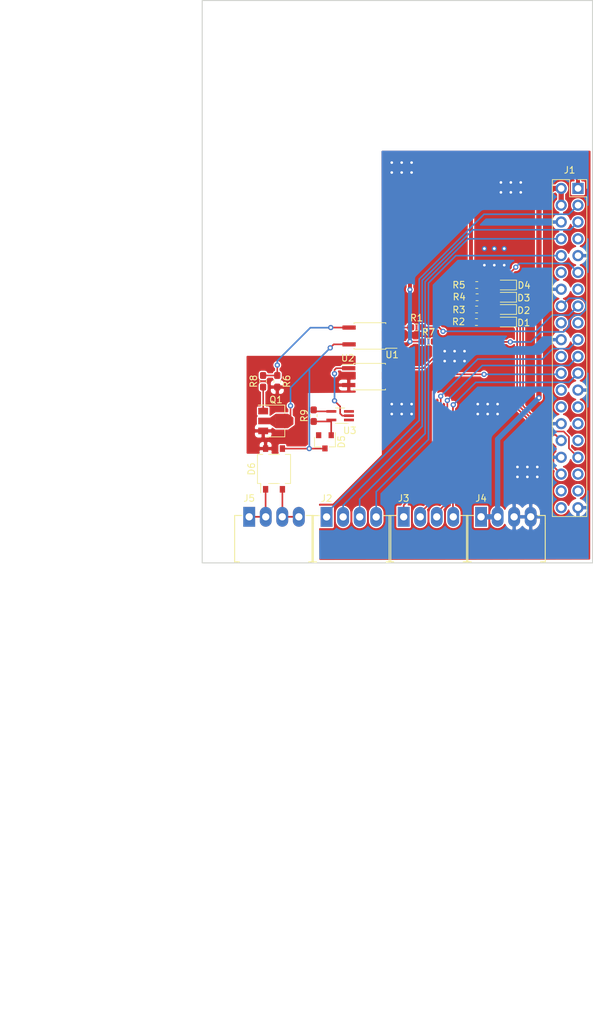
<source format=kicad_pcb>
(kicad_pcb (version 20171130) (host pcbnew "(5.1.4-0-10_14)")
  (layers (0 F.Cu signal) (31 B.Cu signal) (34 B.Paste user) (35 F.Paste user) (36 B.SilkS user) (37 F.SilkS user) (38 B.Mask user) (39 F.Mask user) (44 Edge.Cuts user))
  (net 0 "")
  (net 1 "Net-(J1-Pad7)")
  (net 2 "Net-(J1-Pad12)")
  (net 3 "Net-(J1-Pad13)")
  (net 4 "Net-(J1-Pad18)")
  (net 5 "Net-(J1-Pad22)")
  (net 6 "Net-(J1-Pad26)")
  (net 7 "Net-(J1-Pad27)")
  (net 8 "Net-(J1-Pad28)")
  (net 9 "Net-(J1-Pad29)")
  (net 10 "Net-(J1-Pad31)")
  (net 11 "Net-(J1-Pad35)")
  (net 12 "Net-(J1-Pad37)")
  (net 13 "Net-(J1-Pad38)")
  (net 14 "Net-(J1-Pad40)")
  (net 15 /LED3)
  (net 16 "Net-(D1-Pad2)")
  (net 17 "Net-(D2-Pad2)")
  (net 18 /LED2)
  (net 19 /LED1)
  (net 20 "Net-(D3-Pad2)")
  (net 21 "Net-(D4-Pad2)")
  (net 22 /LED0)
  (net 23 "Net-(D5-Pad2)")
  (net 24 "Net-(D5-Pad1)")
  (net 25 "Net-(D6-Pad1)")
  (net 26 "Net-(D6-Pad2)")
  (net 27 /GND_ISO)
  (net 28 GND)
  (net 29 /CSN)
  (net 30 /SCLK)
  (net 31 /MISO)
  (net 32 /MOSI)
  (net 33 +3V3)
  (net 34 /DALI_RX)
  (net 35 /DALI_TX)
  (net 36 /UART_RXD)
  (net 37 /UART_TXD)
  (net 38 /I2C_SCL)
  (net 39 +5V)
  (net 40 /I2C_SDA)
  (net 41 "Net-(Q1-Pad1)")
  (net 42 "Net-(R1-Pad1)")
  (net 43 "Net-(R6-Pad1)")
  (net 44 "Net-(R9-Pad2)")
  (net 45 "Net-(U2-Pad1)")
  (net 46 "Net-(U3-Pad1)")
  (module Connector_PinSocket_2.54mm:PinSocket_2x20_P2.54mm_Vertical (layer F.Cu) (at 146.15 83.4)
    (fp_text reference J1 (at -1.27 -2.77) (layer F.SilkS))
    (fp_text value Raspberry_Pi_2_3)
    (fp_line (start 0 -1.33) (end 1.33 -1.33) (layer F.SilkS) (width 0.12))
    (fp_line (start 1.33 -1.33) (end 1.33 0) (layer F.SilkS) (width 0.12))
    (fp_line (start -1.27 -1.33) (end -1.27 1.27) (layer F.SilkS) (width 0.12))
    (fp_line (start -1.27 1.27) (end 1.33 1.27) (layer F.SilkS) (width 0.12))
    (fp_line (start 1.33 1.27) (end 1.33 49.59) (layer F.SilkS) (width 0.12))
    (fp_line (start -3.87 49.59) (end 1.33 49.59) (layer F.SilkS) (width 0.12))
    (fp_line (start -3.87 -1.33) (end -3.87 49.59) (layer F.SilkS) (width 0.12))
    (fp_line (start -3.87 -1.33) (end -1.27 -1.33) (layer F.SilkS) (width 0.12))
    (pad 40 thru_hole oval (at -2.54 48.26) (size 1.7 1.7) (drill 1) (layers *.Cu *.Mask) (net 14 "Net-(J1-Pad40)"))
    (pad 39 thru_hole oval (at 0 48.26) (size 1.7 1.7) (drill 1) (layers *.Cu *.Mask) (net 28 GND))
    (pad 38 thru_hole oval (at -2.54 45.72) (size 1.7 1.7) (drill 1) (layers *.Cu *.Mask) (net 13 "Net-(J1-Pad38)"))
    (pad 37 thru_hole oval (at 0 45.72) (size 1.7 1.7) (drill 1) (layers *.Cu *.Mask) (net 12 "Net-(J1-Pad37)"))
    (pad 36 thru_hole oval (at -2.54 43.18) (size 1.7 1.7) (drill 1) (layers *.Cu *.Mask) (net 15 /LED3))
    (pad 35 thru_hole oval (at 0 43.18) (size 1.7 1.7) (drill 1) (layers *.Cu *.Mask) (net 11 "Net-(J1-Pad35)"))
    (pad 34 thru_hole oval (at -2.54 40.64) (size 1.7 1.7) (drill 1) (layers *.Cu *.Mask) (net 28 GND))
    (pad 33 thru_hole oval (at 0 40.64) (size 1.7 1.7) (drill 1) (layers *.Cu *.Mask) (net 19 /LED1))
    (pad 32 thru_hole oval (at -2.54 38.1) (size 1.7 1.7) (drill 1) (layers *.Cu *.Mask) (net 18 /LED2))
    (pad 31 thru_hole oval (at 0 38.1) (size 1.7 1.7) (drill 1) (layers *.Cu *.Mask) (net 10 "Net-(J1-Pad31)"))
    (pad 30 thru_hole oval (at -2.54 35.56) (size 1.7 1.7) (drill 1) (layers *.Cu *.Mask) (net 28 GND))
    (pad 29 thru_hole oval (at 0 35.56) (size 1.7 1.7) (drill 1) (layers *.Cu *.Mask) (net 9 "Net-(J1-Pad29)"))
    (pad 28 thru_hole oval (at -2.54 33.02) (size 1.7 1.7) (drill 1) (layers *.Cu *.Mask) (net 8 "Net-(J1-Pad28)"))
    (pad 27 thru_hole oval (at 0 33.02) (size 1.7 1.7) (drill 1) (layers *.Cu *.Mask) (net 7 "Net-(J1-Pad27)"))
    (pad 26 thru_hole oval (at -2.54 30.48) (size 1.7 1.7) (drill 1) (layers *.Cu *.Mask) (net 6 "Net-(J1-Pad26)"))
    (pad 25 thru_hole oval (at 0 30.48) (size 1.7 1.7) (drill 1) (layers *.Cu *.Mask) (net 28 GND))
    (pad 24 thru_hole oval (at -2.54 27.94) (size 1.7 1.7) (drill 1) (layers *.Cu *.Mask) (net 29 /CSN))
    (pad 23 thru_hole oval (at 0 27.94) (size 1.7 1.7) (drill 1) (layers *.Cu *.Mask) (net 30 /SCLK))
    (pad 22 thru_hole oval (at -2.54 25.4) (size 1.7 1.7) (drill 1) (layers *.Cu *.Mask) (net 5 "Net-(J1-Pad22)"))
    (pad 21 thru_hole oval (at 0 25.4) (size 1.7 1.7) (drill 1) (layers *.Cu *.Mask) (net 31 /MISO))
    (pad 20 thru_hole oval (at -2.54 22.86) (size 1.7 1.7) (drill 1) (layers *.Cu *.Mask) (net 28 GND))
    (pad 19 thru_hole oval (at 0 22.86) (size 1.7 1.7) (drill 1) (layers *.Cu *.Mask) (net 32 /MOSI))
    (pad 18 thru_hole oval (at -2.54 20.32) (size 1.7 1.7) (drill 1) (layers *.Cu *.Mask) (net 4 "Net-(J1-Pad18)"))
    (pad 17 thru_hole oval (at 0 20.32) (size 1.7 1.7) (drill 1) (layers *.Cu *.Mask) (net 33 +3V3))
    (pad 16 thru_hole oval (at -2.54 17.78) (size 1.7 1.7) (drill 1) (layers *.Cu *.Mask) (net 34 /DALI_RX))
    (pad 15 thru_hole oval (at 0 17.78) (size 1.7 1.7) (drill 1) (layers *.Cu *.Mask) (net 35 /DALI_TX))
    (pad 14 thru_hole oval (at -2.54 15.24) (size 1.7 1.7) (drill 1) (layers *.Cu *.Mask) (net 28 GND))
    (pad 13 thru_hole oval (at 0 15.24) (size 1.7 1.7) (drill 1) (layers *.Cu *.Mask) (net 3 "Net-(J1-Pad13)"))
    (pad 12 thru_hole oval (at -2.54 12.7) (size 1.7 1.7) (drill 1) (layers *.Cu *.Mask) (net 2 "Net-(J1-Pad12)"))
    (pad 11 thru_hole oval (at 0 12.7) (size 1.7 1.7) (drill 1) (layers *.Cu *.Mask) (net 22 /LED0))
    (pad 10 thru_hole oval (at -2.54 10.16) (size 1.7 1.7) (drill 1) (layers *.Cu *.Mask) (net 36 /UART_RXD))
    (pad 9 thru_hole oval (at 0 10.16) (size 1.7 1.7) (drill 1) (layers *.Cu *.Mask) (net 28 GND))
    (pad 8 thru_hole oval (at -2.54 7.62) (size 1.7 1.7) (drill 1) (layers *.Cu *.Mask) (net 37 /UART_TXD))
    (pad 7 thru_hole oval (at 0 7.62) (size 1.7 1.7) (drill 1) (layers *.Cu *.Mask) (net 1 "Net-(J1-Pad7)"))
    (pad 6 thru_hole oval (at -2.54 5.08) (size 1.7 1.7) (drill 1) (layers *.Cu *.Mask) (net 28 GND))
    (pad 5 thru_hole oval (at 0 5.08) (size 1.7 1.7) (drill 1) (layers *.Cu *.Mask) (net 38 /I2C_SCL))
    (pad 4 thru_hole oval (at -2.54 2.54) (size 1.7 1.7) (drill 1) (layers *.Cu *.Mask) (net 39 +5V))
    (pad 3 thru_hole oval (at 0 2.54) (size 1.7 1.7) (drill 1) (layers *.Cu *.Mask) (net 40 /I2C_SDA))
    (pad 2 thru_hole oval (at -2.54 0) (size 1.7 1.7) (drill 1) (layers *.Cu *.Mask) (net 39 +5V))
    (pad 1 thru_hole rect (at 0 0) (size 1.7 1.7) (drill 1) (layers *.Cu *.Mask) (net 33 +3V3))
  )
  (module TerminalBlock_Phoenix:TerminalBlock_Phoenix_PTSM-0,5-4-HH-2,5-THR_1x04_P2.50mm_Horizontal (layer F.Cu) (at 96.45 133.034)
    (fp_text reference J5 (at 0 -2.8) (layer F.SilkS))
    (fp_text value Conn_01x04)
    (fp_line (start -1.1 -0.2) (end -2.2 -0.2) (layer F.SilkS) (width 0.15))
    (fp_line (start 8.6 -0.2) (end 9.7 -0.2) (layer F.SilkS) (width 0.15))
    (fp_line (start 9.7 -0.2) (end 9.7 1) (layer F.SilkS) (width 0.15))
    (fp_line (start 9.7 6.8) (end 9.7 1) (layer F.SilkS) (width 0.15))
    (fp_line (start 9.7 6.8) (end 9 6.8) (layer F.SilkS) (width 0.15))
    (fp_line (start -2.2 6.8) (end -2.2 -0.2) (layer F.SilkS) (width 0.15))
    (fp_line (start -2.2 6.8) (end -1.5 6.8) (layer F.SilkS) (width 0.15))
    (pad 1 thru_hole rect (at 0 0) (size 1.8 3) (drill 1.1) (layers *.Cu *.Mask) (net 25 "Net-(D6-Pad1)"))
    (pad 2 thru_hole oval (at 2.5 0) (size 1.8 3) (drill 1.1) (layers *.Cu *.Mask) (net 25 "Net-(D6-Pad1)"))
    (pad 3 thru_hole oval (at 5 0) (size 1.8 3) (drill 1.1) (layers *.Cu *.Mask) (net 26 "Net-(D6-Pad2)"))
    (pad 4 thru_hole oval (at 7.5 0) (size 1.8 3) (drill 1.1) (layers *.Cu *.Mask) (net 26 "Net-(D6-Pad2)"))
  )
  (module TerminalBlock_Phoenix:TerminalBlock_Phoenix_PTSM-0,5-4-HH-2,5-THR_1x04_P2.50mm_Horizontal (layer F.Cu) (at 119.8 133.034)
    (fp_text reference J3 (at 0 -2.8) (layer F.SilkS))
    (fp_text value Conn_01x04)
    (fp_line (start -2.2 6.8) (end -1.5 6.8) (layer F.SilkS) (width 0.15))
    (fp_line (start -2.2 6.8) (end -2.2 -0.2) (layer F.SilkS) (width 0.15))
    (fp_line (start 9.7 6.8) (end 9 6.8) (layer F.SilkS) (width 0.15))
    (fp_line (start 9.7 6.8) (end 9.7 1) (layer F.SilkS) (width 0.15))
    (fp_line (start 9.7 -0.2) (end 9.7 1) (layer F.SilkS) (width 0.15))
    (fp_line (start 8.6 -0.2) (end 9.7 -0.2) (layer F.SilkS) (width 0.15))
    (fp_line (start -1.1 -0.2) (end -2.2 -0.2) (layer F.SilkS) (width 0.15))
    (pad 4 thru_hole oval (at 7.5 0) (size 1.8 3) (drill 1.1) (layers *.Cu *.Mask) (net 30 /SCLK))
    (pad 3 thru_hole oval (at 5 0) (size 1.8 3) (drill 1.1) (layers *.Cu *.Mask) (net 31 /MISO))
    (pad 2 thru_hole oval (at 2.5 0) (size 1.8 3) (drill 1.1) (layers *.Cu *.Mask) (net 32 /MOSI))
    (pad 1 thru_hole rect (at 0 0) (size 1.8 3) (drill 1.1) (layers *.Cu *.Mask) (net 29 /CSN))
  )
  (module TerminalBlock_Phoenix:TerminalBlock_Phoenix_PTSM-0,5-4-HH-2,5-THR_1x04_P2.50mm_Horizontal (layer F.Cu) (at 108.15 133.05)
    (fp_text reference J2 (at 0 -2.8) (layer F.SilkS))
    (fp_text value Conn_01x04)
    (fp_line (start -1.1 -0.2) (end -2.2 -0.2) (layer F.SilkS) (width 0.15))
    (fp_line (start 8.6 -0.2) (end 9.7 -0.2) (layer F.SilkS) (width 0.15))
    (fp_line (start 9.7 -0.2) (end 9.7 1) (layer F.SilkS) (width 0.15))
    (fp_line (start 9.7 6.8) (end 9.7 1) (layer F.SilkS) (width 0.15))
    (fp_line (start 9.7 6.8) (end 9 6.8) (layer F.SilkS) (width 0.15))
    (fp_line (start -2.2 6.8) (end -2.2 -0.2) (layer F.SilkS) (width 0.15))
    (fp_line (start -2.2 6.8) (end -1.5 6.8) (layer F.SilkS) (width 0.15))
    (pad 1 thru_hole rect (at 0 0) (size 1.8 3) (drill 1.1) (layers *.Cu *.Mask) (net 40 /I2C_SDA))
    (pad 2 thru_hole oval (at 2.5 0) (size 1.8 3) (drill 1.1) (layers *.Cu *.Mask) (net 38 /I2C_SCL))
    (pad 3 thru_hole oval (at 5 0) (size 1.8 3) (drill 1.1) (layers *.Cu *.Mask) (net 37 /UART_TXD))
    (pad 4 thru_hole oval (at 7.5 0) (size 1.8 3) (drill 1.1) (layers *.Cu *.Mask) (net 36 /UART_RXD))
  )
  (module TerminalBlock_Phoenix:TerminalBlock_Phoenix_PTSM-0,5-4-HH-2,5-THR_1x04_P2.50mm_Horizontal (layer F.Cu) (at 131.5 133.034)
    (fp_text reference J4 (at 0 -2.8) (layer F.SilkS))
    (fp_text value Conn_01x04)
    (fp_line (start -2.2 6.8) (end -1.5 6.8) (layer F.SilkS) (width 0.15))
    (fp_line (start -2.2 6.8) (end -2.2 -0.2) (layer F.SilkS) (width 0.15))
    (fp_line (start 9.7 6.8) (end 9 6.8) (layer F.SilkS) (width 0.15))
    (fp_line (start 9.7 6.8) (end 9.7 1) (layer F.SilkS) (width 0.15))
    (fp_line (start 9.7 -0.2) (end 9.7 1) (layer F.SilkS) (width 0.15))
    (fp_line (start 8.6 -0.2) (end 9.7 -0.2) (layer F.SilkS) (width 0.15))
    (fp_line (start -1.1 -0.2) (end -2.2 -0.2) (layer F.SilkS) (width 0.15))
    (pad 4 thru_hole oval (at 7.5 0) (size 1.8 3) (drill 1.1) (layers *.Cu *.Mask) (net 28 GND))
    (pad 3 thru_hole oval (at 5 0) (size 1.8 3) (drill 1.1) (layers *.Cu *.Mask) (net 28 GND))
    (pad 2 thru_hole oval (at 2.5 0) (size 1.8 3) (drill 1.1) (layers *.Cu *.Mask) (net 39 +5V))
    (pad 1 thru_hole rect (at 0 0) (size 1.8 3) (drill 1.1) (layers *.Cu *.Mask) (net 39 +5V))
  )
  (module LED_SMD:LED_0603_1608Metric_Pad1.05x0.95mm_HandSolder (layer F.Cu) (at 135.2 103.6 180)
    (fp_text reference D1 (at -2.75 -0.1) (layer F.SilkS))
    (fp_text value LED)
    (fp_line (start 0.8 -0.735) (end -1.66 -0.735) (layer F.SilkS) (width 0.12))
    (fp_line (start -1.66 -0.735) (end -1.66 0.735) (layer F.SilkS) (width 0.12))
    (fp_line (start -1.66 0.735) (end 0.8 0.735) (layer F.SilkS) (width 0.12))
    (pad 1 smd roundrect (at -0.875 0 180) (size 1.05 0.95) (layers F.Cu F.Paste F.Mask) (net 15 /LED3))
    (pad 2 smd roundrect (at 0.875 0 180) (size 1.05 0.95) (layers F.Cu F.Paste F.Mask) (net 16 "Net-(D1-Pad2)"))
  )
  (module LED_SMD:LED_0603_1608Metric_Pad1.05x0.95mm_HandSolder (layer F.Cu) (at 135.2 101.7 180)
    (fp_text reference D2 (at -2.75 -0.15) (layer F.SilkS))
    (fp_text value LED)
    (fp_line (start -1.66 0.735) (end 0.8 0.735) (layer F.SilkS) (width 0.12))
    (fp_line (start -1.66 -0.735) (end -1.66 0.735) (layer F.SilkS) (width 0.12))
    (fp_line (start 0.8 -0.735) (end -1.66 -0.735) (layer F.SilkS) (width 0.12))
    (pad 2 smd roundrect (at 0.875 0 180) (size 1.05 0.95) (layers F.Cu F.Paste F.Mask) (net 17 "Net-(D2-Pad2)"))
    (pad 1 smd roundrect (at -0.875 0 180) (size 1.05 0.95) (layers F.Cu F.Paste F.Mask) (net 18 /LED2))
  )
  (module LED_SMD:LED_0603_1608Metric_Pad1.05x0.95mm_HandSolder (layer F.Cu) (at 135.2 99.85 180)
    (fp_text reference D3 (at -2.75 -0.1) (layer F.SilkS))
    (fp_text value LED)
    (fp_line (start 0.8 -0.735) (end -1.66 -0.735) (layer F.SilkS) (width 0.12))
    (fp_line (start -1.66 -0.735) (end -1.66 0.735) (layer F.SilkS) (width 0.12))
    (fp_line (start -1.66 0.735) (end 0.8 0.735) (layer F.SilkS) (width 0.12))
    (pad 1 smd roundrect (at -0.875 0 180) (size 1.05 0.95) (layers F.Cu F.Paste F.Mask) (net 19 /LED1))
    (pad 2 smd roundrect (at 0.875 0 180) (size 1.05 0.95) (layers F.Cu F.Paste F.Mask) (net 20 "Net-(D3-Pad2)"))
  )
  (module LED_SMD:LED_0603_1608Metric_Pad1.05x0.95mm_HandSolder (layer F.Cu) (at 135.2 98 180)
    (fp_text reference D4 (at -2.8 -0.05) (layer F.SilkS))
    (fp_text value LED)
    (fp_line (start -1.66 0.735) (end 0.8 0.735) (layer F.SilkS) (width 0.12))
    (fp_line (start -1.66 -0.735) (end -1.66 0.735) (layer F.SilkS) (width 0.12))
    (fp_line (start 0.8 -0.735) (end -1.66 -0.735) (layer F.SilkS) (width 0.12))
    (pad 2 smd roundrect (at 0.875 0 180) (size 1.05 0.95) (layers F.Cu F.Paste F.Mask) (net 21 "Net-(D4-Pad2)"))
    (pad 1 smd roundrect (at -0.875 0 180) (size 1.05 0.95) (layers F.Cu F.Paste F.Mask) (net 22 /LED0))
  )
  (module Diode_SMD:D_SOT-23_ANK (layer F.Cu) (at 107.9 121.7 270)
    (fp_text reference D5 (at 0 -2.5 90) (layer F.SilkS))
    (fp_text value BZX84Cxx)
    (fp_line (start 0.76 1.58) (end 0.76 0.65) (layer F.SilkS) (width 0.12))
    (fp_line (start 0.76 -1.58) (end 0.76 -0.65) (layer F.SilkS) (width 0.12))
    (fp_line (start 0.76 -1.58) (end -1.4 -1.58) (layer F.SilkS) (width 0.12))
    (fp_line (start 0.76 1.58) (end -0.7 1.58) (layer F.SilkS) (width 0.12))
    (pad 2 smd rect (at -1 -0.95 270) (size 0.9 0.8) (layers F.Cu F.Paste F.Mask) (net 23 "Net-(D5-Pad2)"))
    (pad "" smd rect (at -1 0.95 270) (size 0.9 0.8) (layers F.Cu F.Paste F.Mask))
    (pad 1 smd rect (at 1 0 270) (size 0.9 0.8) (layers F.Cu F.Paste F.Mask) (net 24 "Net-(D5-Pad1)"))
  )
  (module Package_TO_SOT_SMD:TO-269AA (layer F.Cu) (at 100.2 125.8 90)
    (fp_text reference D6 (at 0 -3.4 90) (layer F.SilkS))
    (fp_text value MB2S)
    (fp_line (start -2.2 -2.5) (end -2.2 -2) (layer F.SilkS) (width 0.12))
    (fp_line (start -2.2 -2) (end -3.6 -2) (layer F.SilkS) (width 0.12))
    (fp_line (start 2.2 -0.8) (end 2.2 0.8) (layer F.SilkS) (width 0.12))
    (fp_line (start -2.2 -0.8) (end -2.2 0.8) (layer F.SilkS) (width 0.12))
    (fp_line (start 2.2 -1.7) (end 2.2 -2.5) (layer F.SilkS) (width 0.12))
    (fp_line (start 2.2 -2.5) (end -2.2 -2.5) (layer F.SilkS) (width 0.12))
    (fp_line (start 2.2 1.7) (end 2.2 2.5) (layer F.SilkS) (width 0.12))
    (fp_line (start 2.2 2.5) (end -2.2 2.5) (layer F.SilkS) (width 0.12))
    (fp_line (start -2.2 2.5) (end -2.2 1.7) (layer F.SilkS) (width 0.12))
    (pad 1 smd rect (at -3.075 -1.27 90) (size 1 0.8) (layers F.Cu F.Paste F.Mask) (net 25 "Net-(D6-Pad1)"))
    (pad 2 smd rect (at -3.075 1.27 90) (size 1 0.8) (layers F.Cu F.Paste F.Mask) (net 26 "Net-(D6-Pad2)"))
    (pad 3 smd rect (at 3.075 1.27 90) (size 1 0.8) (layers F.Cu F.Paste F.Mask) (net 24 "Net-(D5-Pad1)"))
    (pad 4 smd rect (at 3.075 -1.27 90) (size 1 0.8) (layers F.Cu F.Paste F.Mask) (net 27 /GND_ISO))
  )
  (module Package_TO_SOT_SMD:SOT-89-3 (layer F.Cu) (at 100.05 118.55)
    (fp_text reference Q1 (at 0.45 -3.2) (layer F.SilkS))
    (fp_text value BCX56)
    (fp_line (start 1.78 1.2) (end 1.78 2.4) (layer F.SilkS) (width 0.12))
    (fp_line (start 1.78 2.4) (end -0.92 2.4) (layer F.SilkS) (width 0.12))
    (fp_line (start -2.22 -2.4) (end 1.78 -2.4) (layer F.SilkS) (width 0.12))
    (fp_line (start 1.78 -2.4) (end 1.78 -1.2) (layer F.SilkS) (width 0.12))
    (pad 2 smd trapezoid (at 2.667 0 270) (size 1.6 0.85) (rect_delta 0 0.6) (layers F.Cu F.Paste F.Mask) (net 24 "Net-(D5-Pad1)"))
    (pad 1 smd rect (at -1.48 -1.5 270) (size 1 1.5) (layers F.Cu F.Paste F.Mask) (net 41 "Net-(Q1-Pad1)"))
    (pad 2 smd rect (at -1.3335 0 270) (size 1 1.8) (layers F.Cu F.Paste F.Mask) (net 24 "Net-(D5-Pad1)"))
    (pad 3 smd rect (at -1.48 1.5 270) (size 1 1.5) (layers F.Cu F.Paste F.Mask) (net 27 /GND_ISO))
    (pad 2 smd rect (at 1.3335 0 270) (size 2.2 1.84) (layers F.Cu F.Paste F.Mask) (net 24 "Net-(D5-Pad1)"))
    (pad 2 smd trapezoid (at -0.0762 0 90) (size 1.5 1) (rect_delta 0 0.7) (layers F.Cu F.Paste F.Mask) (net 24 "Net-(D5-Pad1)"))
  )
  (module Resistor_SMD:R_0603_1608Metric_Pad1.05x0.95mm_HandSolder (layer F.Cu) (at 121.75 104.4)
    (fp_text reference R1 (at 0 -1.43) (layer F.SilkS))
    (fp_text value 390R)
    (fp_line (start -0.171267 -0.51) (end 0.171267 -0.51) (layer F.SilkS) (width 0.12))
    (fp_line (start -0.171267 0.51) (end 0.171267 0.51) (layer F.SilkS) (width 0.12))
    (pad 1 smd roundrect (at -0.875 0) (size 1.05 0.95) (layers F.Cu F.Paste F.Mask) (net 42 "Net-(R1-Pad1)"))
    (pad 2 smd roundrect (at 0.875 0) (size 1.05 0.95) (layers F.Cu F.Paste F.Mask) (net 35 /DALI_TX))
  )
  (module Resistor_SMD:R_0603_1608Metric_Pad1.05x0.95mm_HandSolder (layer F.Cu) (at 130.8 103.6)
    (fp_text reference R2 (at -2.7 -0.05) (layer F.SilkS))
    (fp_text value 1K)
    (fp_line (start -0.171267 0.51) (end 0.171267 0.51) (layer F.SilkS) (width 0.12))
    (fp_line (start -0.171267 -0.51) (end 0.171267 -0.51) (layer F.SilkS) (width 0.12))
    (pad 2 smd roundrect (at 0.875 0) (size 1.05 0.95) (layers F.Cu F.Paste F.Mask) (net 16 "Net-(D1-Pad2)"))
    (pad 1 smd roundrect (at -0.875 0) (size 1.05 0.95) (layers F.Cu F.Paste F.Mask) (net 33 +3V3))
  )
  (module Resistor_SMD:R_0603_1608Metric_Pad1.05x0.95mm_HandSolder (layer F.Cu) (at 130.825 101.7)
    (fp_text reference R3 (at -2.675 0.05) (layer F.SilkS))
    (fp_text value 1K)
    (fp_line (start -0.171267 -0.51) (end 0.171267 -0.51) (layer F.SilkS) (width 0.12))
    (fp_line (start -0.171267 0.51) (end 0.171267 0.51) (layer F.SilkS) (width 0.12))
    (pad 1 smd roundrect (at -0.875 0) (size 1.05 0.95) (layers F.Cu F.Paste F.Mask) (net 33 +3V3))
    (pad 2 smd roundrect (at 0.875 0) (size 1.05 0.95) (layers F.Cu F.Paste F.Mask) (net 17 "Net-(D2-Pad2)"))
  )
  (module Resistor_SMD:R_0603_1608Metric_Pad1.05x0.95mm_HandSolder (layer F.Cu) (at 130.9 99.85)
    (fp_text reference R4 (at -2.7 -0.05) (layer F.SilkS))
    (fp_text value 1K)
    (fp_line (start -0.171267 0.51) (end 0.171267 0.51) (layer F.SilkS) (width 0.12))
    (fp_line (start -0.171267 -0.51) (end 0.171267 -0.51) (layer F.SilkS) (width 0.12))
    (pad 2 smd roundrect (at 0.875 0) (size 1.05 0.95) (layers F.Cu F.Paste F.Mask) (net 20 "Net-(D3-Pad2)"))
    (pad 1 smd roundrect (at -0.875 0) (size 1.05 0.95) (layers F.Cu F.Paste F.Mask) (net 33 +3V3))
  )
  (module Resistor_SMD:R_0603_1608Metric_Pad1.05x0.95mm_HandSolder (layer F.Cu) (at 130.85 98)
    (fp_text reference R5 (at -2.7 0) (layer F.SilkS))
    (fp_text value 1K)
    (fp_line (start -0.171267 -0.51) (end 0.171267 -0.51) (layer F.SilkS) (width 0.12))
    (fp_line (start -0.171267 0.51) (end 0.171267 0.51) (layer F.SilkS) (width 0.12))
    (pad 1 smd roundrect (at -0.875 0) (size 1.05 0.95) (layers F.Cu F.Paste F.Mask) (net 33 +3V3))
    (pad 2 smd roundrect (at 0.875 0) (size 1.05 0.95) (layers F.Cu F.Paste F.Mask) (net 21 "Net-(D4-Pad2)"))
  )
  (module Resistor_SMD:R_0603_1608Metric_Pad1.05x0.95mm_HandSolder (layer F.Cu) (at 100.7 112.55 270)
    (fp_text reference R6 (at 0 -1.43 90) (layer F.SilkS))
    (fp_text value 1K)
    (fp_line (start -0.171267 0.51) (end 0.171267 0.51) (layer F.SilkS) (width 0.12))
    (fp_line (start -0.171267 -0.51) (end 0.171267 -0.51) (layer F.SilkS) (width 0.12))
    (pad 2 smd roundrect (at 0.875 0 270) (size 1.05 0.95) (layers F.Cu F.Paste F.Mask) (net 27 /GND_ISO))
    (pad 1 smd roundrect (at -0.875 0 270) (size 1.05 0.95) (layers F.Cu F.Paste F.Mask) (net 43 "Net-(R6-Pad1)"))
  )
  (module Resistor_SMD:R_0603_1608Metric_Pad1.05x0.95mm_HandSolder (layer F.Cu) (at 123.55 106.55)
    (fp_text reference R7 (at 0 -1.43) (layer F.SilkS))
    (fp_text value 3K3)
    (fp_line (start -0.171267 0.51) (end 0.171267 0.51) (layer F.SilkS) (width 0.12))
    (fp_line (start -0.171267 -0.51) (end 0.171267 -0.51) (layer F.SilkS) (width 0.12))
    (pad 2 smd roundrect (at 0.875 0) (size 1.05 0.95) (layers F.Cu F.Paste F.Mask) (net 34 /DALI_RX))
    (pad 1 smd roundrect (at -0.875 0) (size 1.05 0.95) (layers F.Cu F.Paste F.Mask) (net 33 +3V3))
  )
  (module Resistor_SMD:R_0603_1608Metric_Pad1.05x0.95mm_HandSolder (layer F.Cu) (at 98.55 112.55 90)
    (fp_text reference R8 (at 0 -1.43 90) (layer F.SilkS))
    (fp_text value 390R)
    (fp_line (start -0.171267 -0.51) (end 0.171267 -0.51) (layer F.SilkS) (width 0.12))
    (fp_line (start -0.171267 0.51) (end 0.171267 0.51) (layer F.SilkS) (width 0.12))
    (pad 1 smd roundrect (at -0.875 0 90) (size 1.05 0.95) (layers F.Cu F.Paste F.Mask) (net 41 "Net-(Q1-Pad1)"))
    (pad 2 smd roundrect (at 0.875 0 90) (size 1.05 0.95) (layers F.Cu F.Paste F.Mask) (net 43 "Net-(R6-Pad1)"))
  )
  (module Resistor_SMD:R_0603_1608Metric_Pad1.05x0.95mm_HandSolder (layer F.Cu) (at 106.2 117.75 90)
    (fp_text reference R9 (at 0 -1.43 90) (layer F.SilkS))
    (fp_text value 560R)
    (fp_line (start -0.171267 -0.51) (end 0.171267 -0.51) (layer F.SilkS) (width 0.12))
    (fp_line (start -0.171267 0.51) (end 0.171267 0.51) (layer F.SilkS) (width 0.12))
    (pad 1 smd roundrect (at -0.875 0 90) (size 1.05 0.95) (layers F.Cu F.Paste F.Mask) (net 23 "Net-(D5-Pad2)"))
    (pad 2 smd roundrect (at 0.875 0 90) (size 1.05 0.95) (layers F.Cu F.Paste F.Mask) (net 44 "Net-(R9-Pad2)"))
  )
  (module Package_SO:SO-4_4.4x3.6mm_P2.54mm (layer F.Cu) (at 114.7 105.7 180)
    (fp_text reference U1 (at -3.35 -2.85) (layer F.SilkS))
    (fp_text value HCPL-181)
    (fp_line (start 2.4 -2) (end 2.4 -1.85) (layer F.SilkS) (width 0.12))
    (fp_line (start -2.4 -2) (end 2.4 -2) (layer F.SilkS) (width 0.12))
    (fp_line (start -2.4 -1.85) (end -2.4 -2) (layer F.SilkS) (width 0.12))
    (fp_line (start -2.4 2) (end -2.4 1.85) (layer F.SilkS) (width 0.12))
    (fp_line (start 2.4 2) (end -2.4 2) (layer F.SilkS) (width 0.12))
    (fp_line (start 2.4 1.85) (end 2.4 2) (layer F.SilkS) (width 0.12))
    (fp_line (start -2.4 -1.85) (end -4.1 -1.85) (layer F.SilkS) (width 0.12))
    (pad 4 smd rect (at 3.15 -1.27 180) (size 2 0.64) (layers F.Cu F.Paste F.Mask) (net 24 "Net-(D5-Pad1)"))
    (pad 3 smd rect (at 3.15 1.27 180) (size 2 0.64) (layers F.Cu F.Paste F.Mask) (net 43 "Net-(R6-Pad1)"))
    (pad 2 smd rect (at -3.15 1.27 180) (size 2 0.64) (layers F.Cu F.Paste F.Mask) (net 42 "Net-(R1-Pad1)"))
    (pad 1 smd rect (at -3.15 -1.27 180) (size 2 0.64) (layers F.Cu F.Paste F.Mask) (net 33 +3V3))
  )
  (module Package_SO:SO-4_4.4x3.6mm_P2.54mm (layer F.Cu) (at 114.65 111.85)
    (fp_text reference U2 (at -3.3 -2.8) (layer F.SilkS))
    (fp_text value HCPL-181)
    (fp_line (start -2.4 -1.85) (end -4.1 -1.85) (layer F.SilkS) (width 0.12))
    (fp_line (start 2.4 1.85) (end 2.4 2) (layer F.SilkS) (width 0.12))
    (fp_line (start 2.4 2) (end -2.4 2) (layer F.SilkS) (width 0.12))
    (fp_line (start -2.4 2) (end -2.4 1.85) (layer F.SilkS) (width 0.12))
    (fp_line (start -2.4 -1.85) (end -2.4 -2) (layer F.SilkS) (width 0.12))
    (fp_line (start -2.4 -2) (end 2.4 -2) (layer F.SilkS) (width 0.12))
    (fp_line (start 2.4 -2) (end 2.4 -1.85) (layer F.SilkS) (width 0.12))
    (pad 1 smd rect (at -3.15 -1.27) (size 2 0.64) (layers F.Cu F.Paste F.Mask) (net 45 "Net-(U2-Pad1)"))
    (pad 2 smd rect (at -3.15 1.27) (size 2 0.64) (layers F.Cu F.Paste F.Mask) (net 27 /GND_ISO))
    (pad 3 smd rect (at 3.15 1.27) (size 2 0.64) (layers F.Cu F.Paste F.Mask) (net 28 GND))
    (pad 4 smd rect (at 3.15 -1.27) (size 2 0.64) (layers F.Cu F.Paste F.Mask) (net 34 /DALI_RX))
  )
  (module Package_TO_SOT_SMD:SOT-353_SC-70-5_Handsoldering (layer F.Cu) (at 110.2 117.75 180)
    (fp_text reference U3 (at -1.45 -2.25) (layer F.SilkS))
    (fp_text value PSSI2021SAY)
    (fp_line (start 0.7 -1.16) (end -1.2 -1.16) (layer F.SilkS) (width 0.12))
    (fp_line (start -0.7 1.16) (end 0.7 1.16) (layer F.SilkS) (width 0.12))
    (pad 1 smd rect (at -1.33 -0.65 180) (size 1.5 0.4) (layers F.Cu F.Paste F.Mask) (net 46 "Net-(U3-Pad1)"))
    (pad 2 smd rect (at -1.33 0 180) (size 1.5 0.4) (layers F.Cu F.Paste F.Mask) (net 45 "Net-(U2-Pad1)"))
    (pad 3 smd rect (at -1.33 0.65 180) (size 1.5 0.4) (layers F.Cu F.Paste F.Mask) (net 27 /GND_ISO))
    (pad 4 smd rect (at 1.33 0.65 180) (size 1.5 0.4) (layers F.Cu F.Paste F.Mask) (net 44 "Net-(R9-Pad2)"))
    (pad 5 smd rect (at 1.33 -0.65 180) (size 1.5 0.4) (layers F.Cu F.Paste F.Mask) (net 23 "Net-(D5-Pad2)"))
  )
  (gr_line (start 89.35 140) (end 148.35 140) (layer Edge.Cuts) (width 0.15))
  (gr_line (start 89.35 55) (end 89.35 140) (layer Edge.Cuts) (width 0.15))
  (gr_line (start 148.35 55) (end 89.35 55) (layer Edge.Cuts) (width 0.15))
  (gr_line (start 148.35 140) (end 148.35 55) (layer Edge.Cuts) (width 0.15))
  (via (at 118 79.5) (size 0.8) (drill 0.4) (layers F.Cu B.Cu) (net 28))
  (segment (start 143.59 126.6) (end 143.61 126.58) (width 0.25) (layer F.Cu) (net 15))
  (segment (start 142.760001 125.730001) (end 143.61 126.58) (width 0.25) (layer F.Cu) (net 15))
  (segment (start 136.949978 104.474978) (end 136.949978 116.64998) (width 0.25) (layer F.Cu) (net 15))
  (segment (start 136.075 103.6) (end 136.949978 104.474978) (width 0.25) (layer F.Cu) (net 15))
  (segment (start 142.434999 125.404999) (end 142.760001 125.730001) (width 0.25) (layer F.Cu) (net 15))
  (segment (start 142.760001 122.460001) (end 142.760001 123.150997) (width 0.25) (layer F.Cu) (net 15))
  (segment (start 142.760001 123.150997) (end 142.434999 123.475999) (width 0.25) (layer F.Cu) (net 15))
  (segment (start 136.949978 116.64998) (end 142.760001 122.460001) (width 0.25) (layer F.Cu) (net 15))
  (segment (start 142.434999 123.475999) (end 142.434999 125.404999) (width 0.25) (layer F.Cu) (net 15))
  (segment (start 132.3 103.6) (end 134.325 103.6) (width 0.25) (layer F.Cu) (net 16))
  (segment (start 131.675 103.6) (end 132.3 103.6) (width 0.25) (layer F.Cu) (net 16))
  (segment (start 131.7 101.7) (end 134.325 101.7) (width 0.25) (layer F.Cu) (net 17))
  (segment (start 136.125 101.75) (end 136.075 101.7) (width 0.25) (layer F.Cu) (net 18))
  (segment (start 141.586411 120.650001) (end 142.760001 120.650001) (width 0.25) (layer F.Cu) (net 18))
  (segment (start 136.075 101.7) (end 137.399989 103.024989) (width 0.25) (layer F.Cu) (net 18))
  (segment (start 137.399989 103.024989) (end 137.399989 116.46358) (width 0.25) (layer F.Cu) (net 18))
  (segment (start 137.399989 116.46358) (end 141.586411 120.650001) (width 0.25) (layer F.Cu) (net 18))
  (segment (start 142.760001 120.650001) (end 143.61 121.5) (width 0.25) (layer F.Cu) (net 18))
  (segment (start 137.85 101.625) (end 136.574072 100.349072) (width 0.25) (layer F.Cu) (net 19))
  (segment (start 136.574072 100.349072) (end 136.075 99.85) (width 0.25) (layer F.Cu) (net 19))
  (segment (start 141.707821 120.135001) (end 137.85 116.27718) (width 0.25) (layer F.Cu) (net 19))
  (segment (start 143.984003 120.135001) (end 141.707821 120.135001) (width 0.25) (layer F.Cu) (net 19))
  (segment (start 144.785001 122.675001) (end 144.785001 120.935999) (width 0.25) (layer F.Cu) (net 19))
  (segment (start 146.15 124.04) (end 144.785001 122.675001) (width 0.25) (layer F.Cu) (net 19))
  (segment (start 137.85 116.27718) (end 137.85 101.625) (width 0.25) (layer F.Cu) (net 19))
  (segment (start 144.785001 120.935999) (end 143.984003 120.135001) (width 0.25) (layer F.Cu) (net 19))
  (segment (start 131.775 99.85) (end 134.325 99.85) (width 0.25) (layer F.Cu) (net 20))
  (segment (start 131.725 98) (end 134.325 98) (width 0.25) (layer F.Cu) (net 21))
  (segment (start 144.785001 94.735001) (end 137.314999 94.735001) (width 0.25) (layer B.Cu) (net 22))
  (segment (start 146.15 96.1) (end 144.785001 94.735001) (width 0.25) (layer B.Cu) (net 22))
  (via (at 136.75 95.3) (size 0.8) (drill 0.4) (layers F.Cu B.Cu) (net 22))
  (segment (start 137.314999 94.735001) (end 136.75 95.3) (width 0.25) (layer B.Cu) (net 22))
  (segment (start 136.075 95.975) (end 136.075 98) (width 0.25) (layer F.Cu) (net 22))
  (segment (start 136.75 95.3) (end 136.075 95.975) (width 0.25) (layer F.Cu) (net 22))
  (segment (start 108.645 118.625) (end 108.87 118.4) (width 0.25) (layer F.Cu) (net 23))
  (segment (start 106.2 118.625) (end 108.645 118.625) (width 0.25) (layer F.Cu) (net 23))
  (segment (start 108.85 118.42) (end 108.87 118.4) (width 0.25) (layer F.Cu) (net 23))
  (segment (start 108.85 120.7) (end 108.85 118.42) (width 0.25) (layer F.Cu) (net 23))
  (segment (start 101.12 118.8135) (end 101.3835 118.55) (width 0.25) (layer F.Cu) (net 24))
  (segment (start 101.4035 118.57) (end 101.3835 118.55) (width 0.25) (layer F.Cu) (net 24))
  (segment (start 101.47 118.6365) (end 101.3835 118.55) (width 0.25) (layer F.Cu) (net 24))
  (segment (start 98.7165 118.55) (end 101.3835 118.55) (width 0.25) (layer F.Cu) (net 24))
  (segment (start 107.875 122.725) (end 107.9 122.7) (width 0.25) (layer F.Cu) (net 24))
  (segment (start 111.55 106.97) (end 109.23 106.97) (width 0.25) (layer F.Cu) (net 24))
  (via (at 108.7 107.5) (size 0.8) (drill 0.4) (layers F.Cu B.Cu) (net 24))
  (segment (start 109.23 106.97) (end 108.7 107.5) (width 0.25) (layer F.Cu) (net 24))
  (segment (start 102.717 118.55) (end 101.3835 118.55) (width 0.25) (layer F.Cu) (net 24))
  (via (at 105.525 122.725) (size 0.8) (drill 0.4) (layers F.Cu B.Cu) (net 24))
  (segment (start 105.525 122.725) (end 107.875 122.725) (width 0.25) (layer F.Cu) (net 24))
  (segment (start 101.47 122.725) (end 105.525 122.725) (width 0.25) (layer F.Cu) (net 24))
  (segment (start 105.475 122.725) (end 105.525 122.725) (width 0.25) (layer B.Cu) (net 24))
  (segment (start 105.55 110.65) (end 105.55 122.65) (width 0.25) (layer B.Cu) (net 24))
  (segment (start 105.55 122.65) (end 105.475 122.725) (width 0.25) (layer B.Cu) (net 24))
  (segment (start 108.7 107.5) (end 105.55 110.65) (width 0.25) (layer B.Cu) (net 24))
  (segment (start 105.55 110.65) (end 102.7 113.5) (width 0.25) (layer B.Cu) (net 24))
  (via (at 102.7 116.25) (size 0.8) (drill 0.4) (layers F.Cu B.Cu) (net 24))
  (segment (start 102.7 113.5) (end 102.7 116.25) (width 0.25) (layer B.Cu) (net 24))
  (segment (start 102.7 118.533) (end 102.717 118.55) (width 0.25) (layer F.Cu) (net 24))
  (segment (start 102.7 116.25) (end 102.7 118.533) (width 0.25) (layer F.Cu) (net 24))
  (segment (start 98.93 133.014) (end 98.95 133.034) (width 0.25) (layer F.Cu) (net 25))
  (segment (start 98.93 128.875) (end 98.93 133.014) (width 0.25) (layer F.Cu) (net 25))
  (segment (start 96.45 133.034) (end 98.95 133.034) (width 0.25) (layer F.Cu) (net 25))
  (segment (start 101.47 133.014) (end 101.45 133.034) (width 0.25) (layer F.Cu) (net 26))
  (segment (start 101.47 128.875) (end 101.47 133.014) (width 0.25) (layer F.Cu) (net 26))
  (segment (start 102.8 133.034) (end 101.45 133.034) (width 0.25) (layer F.Cu) (net 26))
  (segment (start 103.95 133.034) (end 102.8 133.034) (width 0.25) (layer F.Cu) (net 26))
  (via (at 129 108) (size 0.8) (drill 0.4) (layers F.Cu B.Cu) (net 28))
  (via (at 127.5 108) (size 0.8) (drill 0.4) (layers F.Cu B.Cu) (net 28))
  (via (at 126 108) (size 0.8) (drill 0.4) (layers F.Cu B.Cu) (net 28))
  (via (at 126 109.5) (size 0.8) (drill 0.4) (layers F.Cu B.Cu) (net 28))
  (via (at 127.5 109.5) (size 0.8) (drill 0.4) (layers F.Cu B.Cu) (net 28))
  (via (at 129 109.5) (size 0.8) (drill 0.4) (layers F.Cu B.Cu) (net 28))
  (via (at 119.5 79.5) (size 0.8) (drill 0.4) (layers F.Cu B.Cu) (net 28))
  (via (at 121 79.5) (size 0.8) (drill 0.4) (layers F.Cu B.Cu) (net 28))
  (via (at 135 92.5) (size 0.8) (drill 0.4) (layers F.Cu B.Cu) (net 28))
  (via (at 133.5 92.5) (size 0.8) (drill 0.4) (layers F.Cu B.Cu) (net 28))
  (via (at 132 92.5) (size 0.8) (drill 0.4) (layers F.Cu B.Cu) (net 28))
  (via (at 132 95) (size 0.8) (drill 0.4) (layers F.Cu B.Cu) (net 28))
  (via (at 133.5 95) (size 0.8) (drill 0.4) (layers F.Cu B.Cu) (net 28))
  (via (at 135 95) (size 0.8) (drill 0.4) (layers F.Cu B.Cu) (net 28))
  (via (at 136 82.5) (size 0.8) (drill 0.4) (layers F.Cu B.Cu) (net 28))
  (via (at 137.5 82.5) (size 0.8) (drill 0.4) (layers F.Cu B.Cu) (net 28))
  (via (at 134.5 82.5) (size 0.8) (drill 0.4) (layers F.Cu B.Cu) (net 28))
  (via (at 137.5 84) (size 0.8) (drill 0.4) (layers F.Cu B.Cu) (net 28))
  (via (at 136 84) (size 0.8) (drill 0.4) (layers F.Cu B.Cu) (net 28))
  (via (at 134.5 84) (size 0.8) (drill 0.4) (layers F.Cu B.Cu) (net 28))
  (via (at 119.5 81) (size 0.8) (drill 0.4) (layers F.Cu B.Cu) (net 28))
  (via (at 121 81) (size 0.8) (drill 0.4) (layers F.Cu B.Cu) (net 28))
  (via (at 118 81) (size 0.8) (drill 0.4) (layers F.Cu B.Cu) (net 28))
  (via (at 132.5 116) (size 0.8) (drill 0.4) (layers F.Cu B.Cu) (net 28))
  (via (at 134 116) (size 0.8) (drill 0.4) (layers F.Cu B.Cu) (net 28))
  (via (at 131 116) (size 0.8) (drill 0.4) (layers F.Cu B.Cu) (net 28))
  (via (at 132.5 117.5) (size 0.8) (drill 0.4) (layers F.Cu B.Cu) (net 28))
  (via (at 134 117.5) (size 0.8) (drill 0.4) (layers F.Cu B.Cu) (net 28))
  (via (at 131 117.5) (size 0.8) (drill 0.4) (layers F.Cu B.Cu) (net 28))
  (via (at 138.5 127) (size 0.8) (drill 0.4) (layers F.Cu B.Cu) (net 28))
  (via (at 137 125.5) (size 0.8) (drill 0.4) (layers F.Cu B.Cu) (net 28))
  (via (at 140 127) (size 0.8) (drill 0.4) (layers F.Cu B.Cu) (net 28))
  (via (at 138.5 125.5) (size 0.8) (drill 0.4) (layers F.Cu B.Cu) (net 28))
  (via (at 140 125.5) (size 0.8) (drill 0.4) (layers F.Cu B.Cu) (net 28))
  (via (at 137 127) (size 0.8) (drill 0.4) (layers F.Cu B.Cu) (net 28))
  (via (at 119.5 116) (size 0.8) (drill 0.4) (layers F.Cu B.Cu) (net 28))
  (via (at 119.5 117.5) (size 0.8) (drill 0.4) (layers F.Cu B.Cu) (net 28))
  (via (at 118 117.5) (size 0.8) (drill 0.4) (layers F.Cu B.Cu) (net 28))
  (via (at 121 116) (size 0.8) (drill 0.4) (layers F.Cu B.Cu) (net 28))
  (via (at 118 116) (size 0.8) (drill 0.4) (layers F.Cu B.Cu) (net 28))
  (via (at 121 117.5) (size 0.8) (drill 0.4) (layers F.Cu B.Cu) (net 28))
  (segment (start 119.8 133.034) (end 119.8 132.5) (width 0.25) (layer F.Cu) (net 29))
  (segment (start 124.4 114.15) (end 127.05 111.5) (width 0.25) (layer F.Cu) (net 29))
  (via (at 131.95 111.5) (size 0.8) (drill 0.4) (layers F.Cu B.Cu) (net 29))
  (segment (start 127.05 111.5) (end 131.95 111.5) (width 0.25) (layer F.Cu) (net 29))
  (segment (start 143.45 111.5) (end 143.61 111.34) (width 0.25) (layer B.Cu) (net 29))
  (segment (start 131.95 111.5) (end 143.45 111.5) (width 0.25) (layer B.Cu) (net 29))
  (segment (start 124.4 126.684) (end 124.4 114.15) (width 0.25) (layer F.Cu) (net 29))
  (segment (start 119.8 131.284) (end 124.4 126.684) (width 0.25) (layer F.Cu) (net 29))
  (segment (start 119.8 133.034) (end 119.8 131.284) (width 0.25) (layer F.Cu) (net 29))
  (via (at 127.3 116.1) (size 0.8) (drill 0.4) (layers F.Cu B.Cu) (net 30))
  (segment (start 146.15 111.34) (end 144.785001 112.704999) (width 0.25) (layer B.Cu) (net 30))
  (segment (start 130.695001 112.704999) (end 127.699999 115.700001) (width 0.25) (layer B.Cu) (net 30))
  (segment (start 127.699999 115.700001) (end 127.3 116.1) (width 0.25) (layer B.Cu) (net 30))
  (segment (start 144.785001 112.704999) (end 130.695001 112.704999) (width 0.25) (layer B.Cu) (net 30))
  (segment (start 127.25 132.984) (end 127.3 133.034) (width 0.25) (layer F.Cu) (net 30))
  (segment (start 127.25 116.15) (end 127.25 132.984) (width 0.25) (layer F.Cu) (net 30))
  (segment (start 127.3 116.1) (end 127.25 116.15) (width 0.25) (layer F.Cu) (net 30))
  (segment (start 124.8 133.034) (end 125.45 132.384) (width 0.25) (layer F.Cu) (net 31))
  (segment (start 144.785001 110.164999) (end 131.685001 110.164999) (width 0.25) (layer B.Cu) (net 31))
  (segment (start 146.15 108.8) (end 144.785001 110.164999) (width 0.25) (layer B.Cu) (net 31))
  (via (at 126.4 115.45) (size 0.8) (drill 0.4) (layers F.Cu B.Cu) (net 31))
  (segment (start 131.685001 110.164999) (end 126.4 115.45) (width 0.25) (layer B.Cu) (net 31))
  (segment (start 124.8 132.434) (end 124.8 133.034) (width 0.25) (layer F.Cu) (net 31))
  (segment (start 126.4 130.834) (end 124.8 132.434) (width 0.25) (layer F.Cu) (net 31))
  (segment (start 126.4 115.45) (end 126.4 130.834) (width 0.25) (layer F.Cu) (net 31))
  (segment (start 122.3 132.45) (end 123.57499 131.17501) (width 0.25) (layer F.Cu) (net 32))
  (segment (start 122.3 133.034) (end 122.3 132.45) (width 0.25) (layer F.Cu) (net 32))
  (segment (start 123.57499 131.17501) (end 125.4 129.35) (width 0.25) (layer F.Cu) (net 32))
  (via (at 125.4 114.8) (size 0.8) (drill 0.4) (layers F.Cu B.Cu) (net 32))
  (segment (start 125.4 129.35) (end 125.4 114.8) (width 0.25) (layer F.Cu) (net 32))
  (segment (start 144.785001 107.624999) (end 146.15 106.26) (width 0.25) (layer B.Cu) (net 32))
  (segment (start 142.325001 107.624999) (end 144.785001 107.624999) (width 0.25) (layer B.Cu) (net 32))
  (segment (start 140.75 109.2) (end 142.325001 107.624999) (width 0.25) (layer B.Cu) (net 32))
  (segment (start 131 109.2) (end 140.75 109.2) (width 0.25) (layer B.Cu) (net 32))
  (segment (start 125.4 114.8) (end 131 109.2) (width 0.25) (layer B.Cu) (net 32))
  (segment (start 146.15 81.95) (end 144.5 80.3) (width 0.6) (layer F.Cu) (net 33))
  (segment (start 146.15 83.4) (end 146.15 81.95) (width 0.6) (layer F.Cu) (net 33))
  (segment (start 144.5 80.3) (end 131.4 80.3) (width 0.6) (layer F.Cu) (net 33))
  (segment (start 131.4 80.3) (end 129.95 81.75) (width 0.6) (layer F.Cu) (net 33))
  (segment (start 129.975 81.775) (end 129.975 98) (width 0.6) (layer F.Cu) (net 33))
  (segment (start 129.95 81.75) (end 129.975 81.775) (width 0.6) (layer F.Cu) (net 33))
  (segment (start 129.975 99.8) (end 130.025 99.85) (width 0.6) (layer F.Cu) (net 33))
  (segment (start 129.975 98) (end 129.975 99.8) (width 0.6) (layer F.Cu) (net 33))
  (segment (start 130.025 101.625) (end 129.95 101.7) (width 0.6) (layer F.Cu) (net 33))
  (segment (start 130.025 99.85) (end 130.025 101.625) (width 0.6) (layer F.Cu) (net 33))
  (segment (start 129.95 103.575) (end 129.925 103.6) (width 0.6) (layer F.Cu) (net 33))
  (segment (start 129.95 101.7) (end 129.95 103.575) (width 0.6) (layer F.Cu) (net 33))
  (segment (start 117.85 106.97) (end 118.995 106.97) (width 0.6) (layer F.Cu) (net 33))
  (segment (start 129.95 81.75) (end 120.75 90.95) (width 0.6) (layer F.Cu) (net 33))
  (via (at 120.75 98.7) (size 0.8) (drill 0.4) (layers F.Cu B.Cu) (net 33))
  (segment (start 120.75 90.95) (end 120.75 98.7) (width 0.6) (layer F.Cu) (net 33))
  (segment (start 120.75 98.7) (end 120.75 106.55) (width 0.6) (layer B.Cu) (net 33))
  (via (at 120.75 106.55) (size 0.8) (drill 0.4) (layers F.Cu B.Cu) (net 33))
  (segment (start 120.33 106.97) (end 120.75 106.55) (width 0.6) (layer F.Cu) (net 33))
  (segment (start 118.995 106.97) (end 120.33 106.97) (width 0.6) (layer F.Cu) (net 33))
  (segment (start 120.75 106.55) (end 122.675 106.55) (width 0.25) (layer F.Cu) (net 33))
  (segment (start 117.8 110.58) (end 122.77 110.58) (width 0.25) (layer F.Cu) (net 34))
  (segment (start 124.425 108.925) (end 124.425 106.55) (width 0.25) (layer F.Cu) (net 34))
  (segment (start 122.77 110.58) (end 124.425 108.925) (width 0.25) (layer F.Cu) (net 34))
  (via (at 135.915697 106.6) (size 0.8) (drill 0.4) (layers F.Cu B.Cu) (net 34))
  (segment (start 124.475 106.6) (end 124.425 106.55) (width 0.25) (layer F.Cu) (net 34))
  (segment (start 135.915697 106.6) (end 124.475 106.6) (width 0.25) (layer F.Cu) (net 34))
  (segment (start 139.05 106.6) (end 135.915697 106.6) (width 0.25) (layer B.Cu) (net 34))
  (segment (start 143.984003 105.084999) (end 140.565001 105.084999) (width 0.25) (layer B.Cu) (net 34))
  (segment (start 144.785001 104.284001) (end 143.984003 105.084999) (width 0.25) (layer B.Cu) (net 34))
  (segment (start 145.585999 102.544999) (end 144.785001 103.345997) (width 0.25) (layer B.Cu) (net 34))
  (segment (start 147.325001 101.724999) (end 146.505001 102.544999) (width 0.25) (layer B.Cu) (net 34))
  (segment (start 147.325001 100.615999) (end 147.325001 101.724999) (width 0.25) (layer B.Cu) (net 34))
  (segment (start 140.565001 105.084999) (end 139.05 106.6) (width 0.25) (layer B.Cu) (net 34))
  (segment (start 146.505001 102.544999) (end 145.585999 102.544999) (width 0.25) (layer B.Cu) (net 34))
  (segment (start 144.785001 100.004999) (end 146.714001 100.004999) (width 0.25) (layer B.Cu) (net 34))
  (segment (start 146.714001 100.004999) (end 147.325001 100.615999) (width 0.25) (layer B.Cu) (net 34))
  (segment (start 144.785001 103.345997) (end 144.785001 104.284001) (width 0.25) (layer B.Cu) (net 34))
  (segment (start 143.61 101.18) (end 144.785001 100.004999) (width 0.25) (layer B.Cu) (net 34))
  (segment (start 144.785001 102.544999) (end 142.255001 102.544999) (width 0.25) (layer B.Cu) (net 35))
  (segment (start 146.15 101.18) (end 144.785001 102.544999) (width 0.25) (layer B.Cu) (net 35))
  (segment (start 142.255001 102.544999) (end 139.8 105) (width 0.25) (layer B.Cu) (net 35))
  (via (at 125.75 105) (size 0.8) (drill 0.4) (layers F.Cu B.Cu) (net 35))
  (segment (start 139.8 105) (end 125.75 105) (width 0.25) (layer B.Cu) (net 35))
  (segment (start 125.15 104.4) (end 122.625 104.4) (width 0.25) (layer F.Cu) (net 35))
  (segment (start 125.75 105) (end 125.15 104.4) (width 0.25) (layer F.Cu) (net 35))
  (segment (start 123.55 97.7) (end 123.55 121.35) (width 0.25) (layer B.Cu) (net 36))
  (segment (start 127.69 93.56) (end 123.55 97.7) (width 0.25) (layer B.Cu) (net 36))
  (segment (start 115.65 129.25) (end 115.65 133.05) (width 0.25) (layer B.Cu) (net 36))
  (segment (start 123.55 121.35) (end 115.65 129.25) (width 0.25) (layer B.Cu) (net 36))
  (segment (start 143.61 93.56) (end 127.69 93.56) (width 0.25) (layer B.Cu) (net 36))
  (segment (start 123.050022 120.449978) (end 113.15 130.35) (width 0.25) (layer B.Cu) (net 37))
  (segment (start 123.050022 97.499978) (end 123.050022 120.449978) (width 0.25) (layer B.Cu) (net 37))
  (segment (start 143.61 91.02) (end 129.53 91.02) (width 0.25) (layer B.Cu) (net 37))
  (segment (start 113.15 130.35) (end 113.15 131.3) (width 0.25) (layer B.Cu) (net 37))
  (segment (start 129.53 91.02) (end 123.050022 97.499978) (width 0.25) (layer B.Cu) (net 37))
  (segment (start 113.15 131.3) (end 113.15 133.05) (width 0.25) (layer B.Cu) (net 37))
  (segment (start 110.65 132.882425) (end 110.65 133.05) (width 0.25) (layer B.Cu) (net 38))
  (segment (start 122.6 119.35) (end 110.65 131.3) (width 0.25) (layer B.Cu) (net 38))
  (segment (start 144.974999 89.655001) (end 130.244999 89.655001) (width 0.25) (layer B.Cu) (net 38))
  (segment (start 146.15 88.48) (end 144.974999 89.655001) (width 0.25) (layer B.Cu) (net 38))
  (segment (start 122.6 97.3) (end 122.6 119.35) (width 0.25) (layer B.Cu) (net 38))
  (segment (start 130.244999 89.655001) (end 122.6 97.3) (width 0.25) (layer B.Cu) (net 38))
  (segment (start 110.65 131.3) (end 110.65 133.05) (width 0.25) (layer B.Cu) (net 38))
  (segment (start 142.407919 83.4) (end 140.25 85.557919) (width 0.8) (layer F.Cu) (net 39))
  (segment (start 143.61 83.4) (end 142.407919 83.4) (width 0.8) (layer F.Cu) (net 39))
  (segment (start 143.61 85.94) (end 143.61 83.4) (width 0.8) (layer F.Cu) (net 39))
  (segment (start 140.25 85.557919) (end 140.25 115.05) (width 0.8) (layer F.Cu) (net 39))
  (via (at 140.25 115.05) (size 0.8) (drill 0.4) (layers F.Cu B.Cu) (net 39))
  (segment (start 131.5 133.034) (end 134 133.034) (width 0.8) (layer B.Cu) (net 39))
  (segment (start 134 121.3) (end 140.25 115.05) (width 0.8) (layer B.Cu) (net 39))
  (segment (start 134 133.034) (end 134 121.3) (width 0.8) (layer B.Cu) (net 39))
  (segment (start 108.2 133) (end 108.15 133.05) (width 0.25) (layer F.Cu) (net 40))
  (segment (start 108.15 132.45) (end 108.15 133.05) (width 0.25) (layer B.Cu) (net 40))
  (segment (start 122.15 118.45) (end 108.15 132.45) (width 0.25) (layer B.Cu) (net 40))
  (segment (start 144.785001 87.304999) (end 131.945001 87.304999) (width 0.25) (layer B.Cu) (net 40))
  (segment (start 146.15 85.94) (end 144.785001 87.304999) (width 0.25) (layer B.Cu) (net 40))
  (segment (start 122.15 97.1) (end 122.15 118.45) (width 0.25) (layer B.Cu) (net 40))
  (segment (start 131.945001 87.304999) (end 122.15 97.1) (width 0.25) (layer B.Cu) (net 40))
  (segment (start 98.55 117.03) (end 98.57 117.05) (width 0.25) (layer F.Cu) (net 41))
  (segment (start 98.57 113.445) (end 98.55 113.425) (width 0.25) (layer F.Cu) (net 41))
  (segment (start 98.57 117.05) (end 98.57 113.445) (width 0.25) (layer F.Cu) (net 41))
  (segment (start 120.845 104.43) (end 120.875 104.4) (width 0.25) (layer F.Cu) (net 42))
  (segment (start 117.85 104.43) (end 120.845 104.43) (width 0.25) (layer F.Cu) (net 42))
  (segment (start 98.55 111.675) (end 100.7 111.675) (width 0.25) (layer F.Cu) (net 43))
  (segment (start 108.78 104.43) (end 111.55 104.43) (width 0.25) (layer F.Cu) (net 43))
  (segment (start 100.7 111.675) (end 100.7 110.1) (width 0.25) (layer F.Cu) (net 43))
  (via (at 100.7 110.1) (size 0.8) (drill 0.4) (layers F.Cu B.Cu) (net 43))
  (segment (start 100.7 110.1) (end 100.7 109.45) (width 0.25) (layer B.Cu) (net 43))
  (segment (start 100.7 109.45) (end 105.7 104.45) (width 0.25) (layer B.Cu) (net 43))
  (via (at 108.78 104.43) (size 0.8) (drill 0.4) (layers F.Cu B.Cu) (net 43))
  (segment (start 108.76 104.45) (end 108.78 104.43) (width 0.25) (layer B.Cu) (net 43))
  (segment (start 105.7 104.45) (end 108.76 104.45) (width 0.25) (layer B.Cu) (net 43))
  (segment (start 106.425 117.1) (end 106.2 116.875) (width 0.25) (layer F.Cu) (net 44))
  (segment (start 108.87 117.1) (end 106.425 117.1) (width 0.25) (layer F.Cu) (net 44))
  (segment (start 110.53 117.75) (end 110.2 117.42) (width 0.25) (layer F.Cu) (net 45))
  (segment (start 111.53 117.75) (end 110.53 117.75) (width 0.25) (layer F.Cu) (net 45))
  (via (at 109.35 115.5) (size 0.8) (drill 0.4) (layers F.Cu B.Cu) (net 45))
  (segment (start 110.2 116.35) (end 109.35 115.5) (width 0.25) (layer F.Cu) (net 45))
  (segment (start 110.2 117.42) (end 110.2 116.35) (width 0.25) (layer F.Cu) (net 45))
  (segment (start 109.35 115.5) (end 109.35 114.934315) (width 0.25) (layer B.Cu) (net 45))
  (via (at 109.35 111.4) (size 0.8) (drill 0.4) (layers F.Cu B.Cu) (net 45))
  (segment (start 109.35 114.934315) (end 109.35 111.4) (width 0.25) (layer B.Cu) (net 45))
  (segment (start 110.25 110.58) (end 111.5 110.58) (width 0.25) (layer F.Cu) (net 45))
  (segment (start 109.604315 110.58) (end 110.25 110.58) (width 0.25) (layer F.Cu) (net 45))
  (segment (start 109.35 110.834315) (end 109.604315 110.58) (width 0.25) (layer F.Cu) (net 45))
  (segment (start 109.35 111.4) (end 109.35 110.834315) (width 0.25) (layer F.Cu) (net 45))
  (zone (net 28) (net_name GND) (layer F.Cu) (connect_pads (clearance 0.1524)) (min_thickness 0.254) (fill yes (arc_segments 32) (thermal_gap 0.508) (thermal_bridge_width 0.508))
    (polygon (pts (xy 148 139.5) (xy 107.05 139.55) (xy 107 131.05) (xy 109.1 131.05) (xy 116.5 123.65) (xy 116.45 77.7) (xy 148.05 77.7)))
  )
  (zone (net 28) (net_name GND) (layer B.Cu) (connect_pads (clearance 0.508)) (min_thickness 0.254) (fill yes (arc_segments 32) (thermal_gap 0.508) (thermal_bridge_width 0.508))
    (polygon (pts (xy 148 139.5) (xy 107.05 139.55) (xy 107 131.05) (xy 109.1 131.05) (xy 116.5 123.65) (xy 116.45 77.7) (xy 148.05 77.7)))
  )
  (zone (net 27) (net_name /GND_ISO) (layer F.Cu) (connect_pads (clearance 0.1524)) (min_thickness 0.254) (fill yes (arc_segments 32) (thermal_gap 0.508) (thermal_bridge_width 0.508))
    (polygon (pts (xy 112.55 108.7) (xy 112.55625 114.275) (xy 105.34375 114.325) (xy 105.34375 123.5) (xy 96.05625 123.5) (xy 96.05 108.7)))
  )
)
</source>
